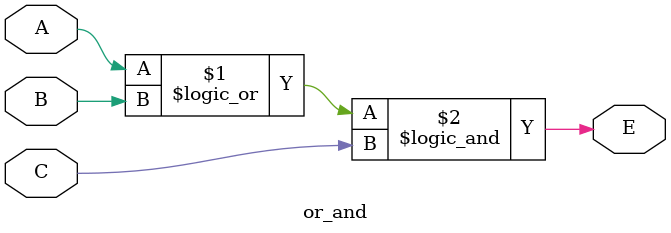
<source format=v>
module or_and(
output E,
input A,B,C
);
wire D;
assign E=(A||B)&&C;
endmodule

</source>
